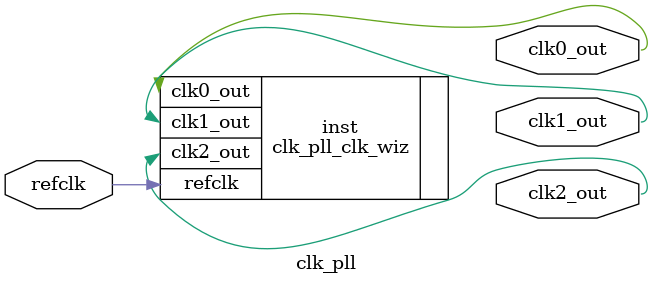
<source format=v>


`timescale 1ps/1ps

(* CORE_GENERATION_INFO = "clk_pll,clk_wiz_v6_0_3_0_0,{component_name=clk_pll,use_phase_alignment=true,use_min_o_jitter=false,use_max_i_jitter=false,use_dyn_phase_shift=false,use_inclk_switchover=false,use_dyn_reconfig=false,enable_axi=0,feedback_source=FDBK_AUTO,PRIMITIVE=MMCM,num_out_clk=3,clkin1_period=20.000,clkin2_period=10.0,use_power_down=false,use_reset=false,use_locked=false,use_inclk_stopped=false,feedback_type=SINGLE,CLOCK_MGR_TYPE=NA,manual_override=false}" *)

module clk_pll 
 (
  // Clock out ports
  output        clk0_out,
  output        clk1_out,
  output        clk2_out,
 // Clock in ports
  input         refclk
 );

  clk_pll_clk_wiz inst
  (
  // Clock out ports  
  .clk0_out(clk0_out),
  .clk1_out(clk1_out),
  .clk2_out(clk2_out),
 // Clock in ports
  .refclk(refclk)
  );

endmodule

</source>
